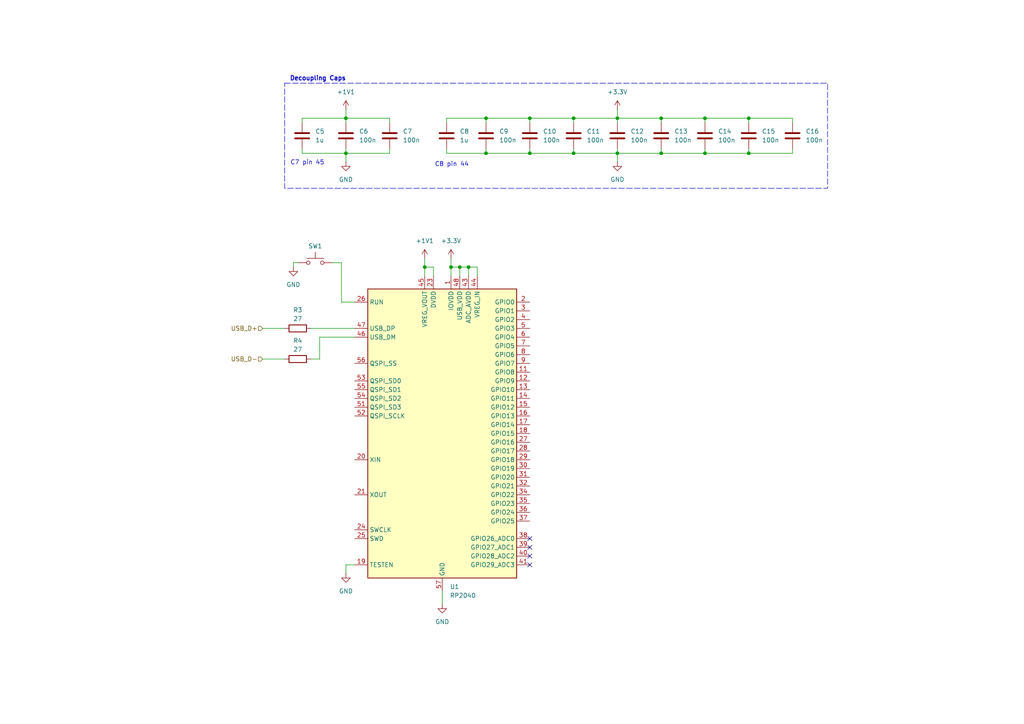
<source format=kicad_sch>
(kicad_sch (version 20231120) (generator "eeschema") (generator_version "8.0")
  (paper "A4")
  (title_block (date "2024-08-30") (rev "Rev001") (company "Aaron & Ryan Shappell"))
  (lib_symbols
    (symbol "Device:C" (pin_numbers hide) (pin_names (offset 0.254))
      (property "Reference" "C" (at 0.635 2.54 0))
      (property "Value" "C" (at 0.635 -2.54 0))
      (symbol "C_0_1"
        (polyline (pts (xy -2.032 -0.762) (xy 2.032 -0.762)) (stroke (width 0.508)))
        (polyline (pts (xy -2.032 0.762) (xy 2.032 0.762)) (stroke (width 0.508)))
      )
      (symbol "C_1_1"
        (pin passive line (at 0 3.81 270) (length 2.794) (name "~") (number "1"))
        (pin passive line (at 0 -3.81 90) (length 2.794) (name "~") (number "2"))
      )
    )
    (symbol "Device:R" (pin_numbers hide) (pin_names (offset 0))
      (property "Reference" "R" (at 2.032 0 90))
      (property "Value" "R" (at 0 0 90))
      (symbol "R_0_1"
        (rectangle (start -1.016 -2.54) (end 1.016 2.54) (stroke (width 0.254)))
      )
      (symbol "R_1_1"
        (pin passive line (at 0 3.81 270) (length 1.27) (name "~") (number "1"))
        (pin passive line (at 0 -3.81 90) (length 1.27) (name "~") (number "2"))
      )
    )
    (symbol "MCU_RaspberryPi:RP2040"
      (property "Reference" "U" (at 17.78 45.72 0))
      (property "Value" "RP2040" (at 17.78 43.18 0))
      (symbol "RP2040_0_1"
        (rectangle (start -21.59 41.91) (end 21.59 -41.91) (stroke (width 0.254)) (fill (type background)))
      )
      (symbol "RP2040_1_1"
        (pin power_in line (at 2.54 45.72 270) (length 3.81) (name "IOVDD") (number "1"))
        (pin passive line (at 2.54 45.72 270) (length 3.81) hide (name "IOVDD") (number "10"))
        (pin bidirectional line (at 25.4 17.78 180) (length 3.81) (name "GPIO8") (number "11"))
        (pin bidirectional line (at 25.4 15.24 180) (length 3.81) (name "GPIO9") (number "12"))
        (pin bidirectional line (at 25.4 12.7 180) (length 3.81) (name "GPIO10") (number "13"))
        (pin bidirectional line (at 25.4 10.16 180) (length 3.81) (name "GPIO11") (number "14"))
        (pin bidirectional line (at 25.4 7.62 180) (length 3.81) (name "GPIO12") (number "15"))
        (pin bidirectional line (at 25.4 5.08 180) (length 3.81) (name "GPIO13") (number "16"))
        (pin bidirectional line (at 25.4 2.54 180) (length 3.81) (name "GPIO14") (number "17"))
        (pin bidirectional line (at 25.4 0 180) (length 3.81) (name "GPIO15") (number "18"))
        (pin input line (at -25.4 -38.1 0) (length 3.81) (name "TESTEN") (number "19"))
        (pin bidirectional line (at 25.4 38.1 180) (length 3.81) (name "GPIO0") (number "2"))
        (pin input line (at -25.4 -7.62 0) (length 3.81) (name "XIN") (number "20"))
        (pin passive line (at -25.4 -17.78 0) (length 3.81) (name "XOUT") (number "21"))
        (pin passive line (at 2.54 45.72 270) (length 3.81) hide (name "IOVDD") (number "22"))
        (pin power_in line (at -2.54 45.72 270) (length 3.81) (name "DVDD") (number "23"))
        (pin input line (at -25.4 -27.94 0) (length 3.81) (name "SWCLK") (number "24"))
        (pin bidirectional line (at -25.4 -30.48 0) (length 3.81) (name "SWD") (number "25"))
        (pin input line (at -25.4 38.1 0) (length 3.81) (name "RUN") (number "26"))
        (pin bidirectional line (at 25.4 -2.54 180) (length 3.81) (name "GPIO16") (number "27"))
        (pin bidirectional line (at 25.4 -5.08 180) (length 3.81) (name "GPIO17") (number "28"))
        (pin bidirectional line (at 25.4 -7.62 180) (length 3.81) (name "GPIO18") (number "29"))
        (pin bidirectional line (at 25.4 35.56 180) (length 3.81) (name "GPIO1") (number "3"))
        (pin bidirectional line (at 25.4 -10.16 180) (length 3.81) (name "GPIO19") (number "30"))
        (pin bidirectional line (at 25.4 -12.7 180) (length 3.81) (name "GPIO20") (number "31"))
        (pin bidirectional line (at 25.4 -15.24 180) (length 3.81) (name "GPIO21") (number "32"))
        (pin passive line (at 2.54 45.72 270) (length 3.81) hide (name "IOVDD") (number "33"))
        (pin bidirectional line (at 25.4 -17.78 180) (length 3.81) (name "GPIO22") (number "34"))
        (pin bidirectional line (at 25.4 -20.32 180) (length 3.81) (name "GPIO23") (number "35"))
        (pin bidirectional line (at 25.4 -22.86 180) (length 3.81) (name "GPIO24") (number "36"))
        (pin bidirectional line (at 25.4 -25.4 180) (length 3.81) (name "GPIO25") (number "37"))
        (pin bidirectional line (at 25.4 -30.48 180) (length 3.81) (name "GPIO26_ADC0") (number "38"))
        (pin bidirectional line (at 25.4 -33.02 180) (length 3.81) (name "GPIO27_ADC1") (number "39"))
        (pin bidirectional line (at 25.4 33.02 180) (length 3.81) (name "GPIO2") (number "4"))
        (pin bidirectional line (at 25.4 -35.56 180) (length 3.81) (name "GPIO28_ADC2") (number "40"))
        (pin bidirectional line (at 25.4 -38.1 180) (length 3.81) (name "GPIO29_ADC3") (number "41"))
        (pin passive line (at 2.54 45.72 270) (length 3.81) hide (name "IOVDD") (number "42"))
        (pin power_in line (at 7.62 45.72 270) (length 3.81) (name "ADC_AVDD") (number "43"))
        (pin power_in line (at 10.16 45.72 270) (length 3.81) (name "VREG_IN") (number "44"))
        (pin power_out line (at -5.08 45.72 270) (length 3.81) (name "VREG_VOUT") (number "45"))
        (pin bidirectional line (at -25.4 27.94 0) (length 3.81) (name "USB_DM") (number "46"))
        (pin bidirectional line (at -25.4 30.48 0) (length 3.81) (name "USB_DP") (number "47"))
        (pin power_in line (at 5.08 45.72 270) (length 3.81) (name "USB_VDD") (number "48"))
        (pin passive line (at 2.54 45.72 270) (length 3.81) hide (name "IOVDD") (number "49"))
        (pin bidirectional line (at 25.4 30.48 180) (length 3.81) (name "GPIO3") (number "5"))
        (pin passive line (at -2.54 45.72 270) (length 3.81) hide (name "DVDD") (number "50"))
        (pin bidirectional line (at -25.4 7.62 0) (length 3.81) (name "QSPI_SD3") (number "51"))
        (pin output line (at -25.4 5.08 0) (length 3.81) (name "QSPI_SCLK") (number "52"))
        (pin bidirectional line (at -25.4 15.24 0) (length 3.81) (name "QSPI_SD0") (number "53"))
        (pin bidirectional line (at -25.4 10.16 0) (length 3.81) (name "QSPI_SD2") (number "54"))
        (pin bidirectional line (at -25.4 12.7 0) (length 3.81) (name "QSPI_SD1") (number "55"))
        (pin bidirectional line (at -25.4 20.32 0) (length 3.81) (name "QSPI_SS") (number "56"))
        (pin power_in line (at 0 -45.72 90) (length 3.81) (name "GND") (number "57"))
        (pin bidirectional line (at 25.4 27.94 180) (length 3.81) (name "GPIO4") (number "6"))
        (pin bidirectional line (at 25.4 25.4 180) (length 3.81) (name "GPIO5") (number "7"))
        (pin bidirectional line (at 25.4 22.86 180) (length 3.81) (name "GPIO6") (number "8"))
        (pin bidirectional line (at 25.4 20.32 180) (length 3.81) (name "GPIO7") (number "9"))
      )
    )
    (symbol "Switch:SW_Push" (pin_numbers hide) (pin_names (offset 1.016) hide)
      (property "Reference" "SW" (at 1.27 2.54 0))
      (property "Value" "SW_Push" (at 0 -1.524 0))
      (symbol "SW_Push_0_1"
        (circle (center -2.032 0) (radius 0.508))
        (polyline (pts (xy 0 1.27) (xy 0 3.048)))
        (polyline (pts (xy 2.54 1.27) (xy -2.54 1.27)))
        (circle (center 2.032 0) (radius 0.508))
        (pin passive line (at -5.08 0 0) (length 2.54) (name "1") (number "1"))
        (pin passive line (at 5.08 0 180) (length 2.54) (name "2") (number "2"))
      )
    )
    (symbol "power:+1V1" (power) (pin_numbers hide) (pin_names (offset 0) hide)
      (property "Value" "+1V1" (at 0 3.556 0))
      (symbol "+1V1_0_1"
        (polyline (pts (xy -0.762 1.27) (xy 0 2.54)))
        (polyline (pts (xy 0 0) (xy 0 2.54)))
        (polyline (pts (xy 0 2.54) (xy 0.762 1.27)))
      )
      (symbol "+1V1_1_1"
        (pin power_in line (at 0 0 90) (length 0) (name "~") (number "1"))
      )
    )
    (symbol "power:+3.3V" (power) (pin_numbers hide) (pin_names (offset 0) hide)
      (property "Value" "+3.3V" (at 0 3.556 0))
      (symbol "+3.3V_0_1"
        (polyline (pts (xy -0.762 1.27) (xy 0 2.54)))
        (polyline (pts (xy 0 0) (xy 0 2.54)))
        (polyline (pts (xy 0 2.54) (xy 0.762 1.27)))
      )
      (symbol "+3.3V_1_1"
        (pin power_in line (at 0 0 90) (length 0) (name "~") (number "1"))
      )
    )
    (symbol "power:GND" (power) (pin_numbers hide) (pin_names (offset 0) hide)
      (property "Value" "GND" (at 0 -3.81 0))
      (symbol "GND_0_1"
        (polyline (pts (xy 0 0) (xy 0 -1.27) (xy 1.27 -1.27) (xy 0 -2.54) (xy -1.27 -1.27) (xy 0 -1.27)))
      )
      (symbol "GND_1_1"
        (pin power_in line (at 0 0 270) (length 0) (name "~") (number "1"))
      )
    )
  )
  (junction (at 140.97 44.45))
  (junction (at 191.77 44.45))
  (junction (at 204.47 44.45))
  (junction (at 179.07 34.29))
  (junction (at 133.35 77.47))
  (junction (at 204.47 34.29))
  (junction (at 123.19 77.47))
  (junction (at 166.37 44.45))
  (junction (at 166.37 34.29))
  (junction (at 100.33 44.45))
  (junction (at 100.33 34.29))
  (junction (at 130.81 77.47))
  (junction (at 153.67 44.45))
  (junction (at 217.17 44.45))
  (junction (at 153.67 34.29))
  (junction (at 135.89 77.47))
  (junction (at 140.97 34.29))
  (junction (at 217.17 34.29))
  (junction (at 191.77 34.29))
  (junction (at 179.07 44.45))
  (no_connect (at 153.67 161.29))
  (no_connect (at 153.67 163.83))
  (no_connect (at 153.67 158.75))
  (no_connect (at 153.67 156.21))
  (wire (pts (xy 100.33 34.29) (xy 100.33 35.56)))
  (wire (pts (xy 138.43 80.01) (xy 138.43 77.47)))
  (wire (pts (xy 179.07 44.45) (xy 179.07 43.18)))
  (wire (pts (xy 87.63 35.56) (xy 87.63 34.29)))
  (wire (pts (xy 87.63 44.45) (xy 100.33 44.45)))
  (wire (pts (xy 153.67 43.18) (xy 153.67 44.45)))
  (wire (pts (xy 191.77 35.56) (xy 191.77 34.29)))
  (wire (pts (xy 135.89 80.01) (xy 135.89 77.47)))
  (wire (pts (xy 166.37 34.29) (xy 166.37 35.56)))
  (wire (pts (xy 129.54 35.56) (xy 129.54 34.29)))
  (wire (pts (xy 153.67 34.29) (xy 166.37 34.29)))
  (wire (pts (xy 85.09 76.2) (xy 85.09 77.47)))
  (wire (pts (xy 204.47 44.45) (xy 217.17 44.45)))
  (wire (pts (xy 92.71 104.14) (xy 90.17 104.14)))
  (wire (pts (xy 153.67 34.29) (xy 153.67 35.56)))
  (wire (pts (xy 100.33 43.18) (xy 100.33 44.45)))
  (wire (pts (xy 87.63 34.29) (xy 100.33 34.29)))
  (wire (pts (xy 217.17 44.45) (xy 229.87 44.45)))
  (wire (pts (xy 100.33 44.45) (xy 113.03 44.45)))
  (wire (pts (xy 217.17 43.18) (xy 217.17 44.45)))
  (wire (pts (xy 113.03 35.56) (xy 113.03 34.29)))
  (wire (pts (xy 113.03 44.45) (xy 113.03 43.18)))
  (wire (pts (xy 92.71 97.79) (xy 92.71 104.14)))
  (wire (pts (xy 123.19 74.93) (xy 123.19 77.47)))
  (wire (pts (xy 191.77 44.45) (xy 204.47 44.45)))
  (wire (pts (xy 166.37 43.18) (xy 166.37 44.45)))
  (wire (pts (xy 100.33 163.83) (xy 102.87 163.83)))
  (wire (pts (xy 179.07 34.29) (xy 179.07 35.56)))
  (wire (pts (xy 99.06 87.63) (xy 102.87 87.63)))
  (wire (pts (xy 125.73 77.47) (xy 125.73 80.01)))
  (wire (pts (xy 229.87 35.56) (xy 229.87 34.29)))
  (wire (pts (xy 179.07 34.29) (xy 166.37 34.29)))
  (wire (pts (xy 229.87 34.29) (xy 217.17 34.29)))
  (wire (pts (xy 130.81 77.47) (xy 130.81 80.01)))
  (wire (pts (xy 179.07 44.45) (xy 191.77 44.45)))
  (wire (pts (xy 204.47 43.18) (xy 204.47 44.45)))
  (wire (pts (xy 179.07 34.29) (xy 191.77 34.29)))
  (wire (pts (xy 76.2 104.14) (xy 82.55 104.14)))
  (wire (pts (xy 140.97 43.18) (xy 140.97 44.45)))
  (wire (pts (xy 123.19 77.47) (xy 125.73 77.47)))
  (wire (pts (xy 217.17 34.29) (xy 204.47 34.29)))
  (wire (pts (xy 102.87 97.79) (xy 92.71 97.79)))
  (wire (pts (xy 100.33 44.45) (xy 100.33 46.99)))
  (wire (pts (xy 76.2 95.25) (xy 82.55 95.25)))
  (wire (pts (xy 140.97 34.29) (xy 140.97 35.56)))
  (wire (pts (xy 129.54 43.18) (xy 129.54 44.45)))
  (wire (pts (xy 87.63 43.18) (xy 87.63 44.45)))
  (wire (pts (xy 179.07 31.75) (xy 179.07 34.29)))
  (wire (pts (xy 140.97 34.29) (xy 153.67 34.29)))
  (wire (pts (xy 179.07 44.45) (xy 179.07 46.99)))
  (wire (pts (xy 140.97 44.45) (xy 153.67 44.45)))
  (wire (pts (xy 96.52 76.2) (xy 99.06 76.2)))
  (wire (pts (xy 113.03 34.29) (xy 100.33 34.29)))
  (wire (pts (xy 153.67 44.45) (xy 166.37 44.45)))
  (wire (pts (xy 129.54 44.45) (xy 140.97 44.45)))
  (wire (pts (xy 123.19 80.01) (xy 123.19 77.47)))
  (wire (pts (xy 135.89 77.47) (xy 133.35 77.47)))
  (wire (pts (xy 133.35 80.01) (xy 133.35 77.47)))
  (wire (pts (xy 133.35 77.47) (xy 130.81 77.47)))
  (wire (pts (xy 130.81 74.93) (xy 130.81 77.47)))
  (wire (pts (xy 166.37 44.45) (xy 179.07 44.45)))
  (wire (pts (xy 229.87 44.45) (xy 229.87 43.18)))
  (wire (pts (xy 204.47 34.29) (xy 204.47 35.56)))
  (wire (pts (xy 85.09 76.2) (xy 86.36 76.2)))
  (wire (pts (xy 100.33 166.37) (xy 100.33 163.83)))
  (wire (pts (xy 191.77 34.29) (xy 204.47 34.29)))
  (wire (pts (xy 90.17 95.25) (xy 102.87 95.25)))
  (wire (pts (xy 217.17 34.29) (xy 217.17 35.56)))
  (wire (pts (xy 191.77 44.45) (xy 191.77 43.18)))
  (wire (pts (xy 100.33 31.75) (xy 100.33 34.29)))
  (wire (pts (xy 99.06 76.2) (xy 99.06 87.63)))
  (wire (pts (xy 138.43 77.47) (xy 135.89 77.47)))
  (wire (pts (xy 129.54 34.29) (xy 140.97 34.29)))
  (wire (pts (xy 128.27 171.45) (xy 128.27 175.26)))
  (rectangle (start 82.55 24.13) (end 240.03 54.61) (stroke (width 0) (type dash)))
  (text "Decoupling Caps" (at 92.202 22.86 0) (effects (font (size 1.27 1.27) (thickness 0.254) (bold yes))))
  (text "C8 pin 44" (at 131.064 47.752 0) (effects (font (size 1.27 1.27))))
  (text "C7 pin 45" (at 89.154 47.244 0) (effects (font (size 1.27 1.27))))
  (hierarchical_label "USB_D+" (shape input) (at 76.2 95.25 180))
  (hierarchical_label "USB_D-" (shape input) (at 76.2 104.14 180))
  (symbol (lib_id "Switch:SW_Push") (at 91.44 76.2 0) (unit 1)
    (property "Reference" "SW1" (at 91.44 71.374 0))
    (property "Value" "SW_Push" (effects (hide yes)))
    (property "Description" "Push button switch, generic, two pins" (effects (hide yes)))
  )
  (symbol (lib_id "Device:C") (at 191.77 39.37 0) (unit 1)
    (property "Reference" "C13" (at 195.58 38.0999 0) (effects (justify left)))
    (property "Value" "100n" (at 195.58 40.6399 0) (effects (justify left)))
    (property "Description" "Unpolarized capacitor" (effects (hide yes)))
  )
  (symbol (lib_id "MCU_RaspberryPi:RP2040") (at 128.27 125.73 0) (unit 1)
    (property "Reference" "U1" (at 130.4641 170.18 0) (effects (justify left)))
    (property "Value" "RP2040" (at 130.4641 172.72 0) (effects (justify left)))
    (property "Footprint" "Package_DFN_QFN:QFN-56-1EP_7x7mm_P0.4mm_EP3.2x3.2mm" (effects (hide yes)))
    (property "Datasheet" "https://datasheets.raspberrypi.com/rp2040/rp2040-datasheet.pdf" (effects (hide yes)))
    (property "Description" "A microcontroller by Raspberry Pi" (effects (hide yes)))
  )
  (symbol (lib_id "Device:C") (at 140.97 39.37 0) (unit 1)
    (property "Reference" "C9" (at 144.78 38.0999 0) (effects (justify left)))
    (property "Value" "100n" (at 144.78 40.6399 0) (effects (justify left)))
    (property "Description" "Unpolarized capacitor" (effects (hide yes)))
  )
  (symbol (lib_id "Device:R") (at 86.36 95.25 90) (unit 1)
    (property "Reference" "R3" (at 86.36 89.916 90))
    (property "Value" "27" (at 86.36 92.456 90))
    (property "Description" "Resistor" (effects (hide yes)))
  )
  (symbol (lib_id "Device:C") (at 166.37 39.37 0) (unit 1)
    (property "Reference" "C11" (at 170.18 38.0999 0) (effects (justify left)))
    (property "Value" "100n" (at 170.18 40.6399 0) (effects (justify left)))
    (property "Description" "Unpolarized capacitor" (effects (hide yes)))
  )
  (symbol (lib_id "power:GND") (at 179.07 46.99 0) (unit 1)
    (property "Reference" "#PWR025" (effects (hide yes)))
    (property "Value" "GND" (at 179.07 52.07 0))
    (property "Description" "Power symbol creates a global label with name \"GND\" , ground" (effects (hide yes)))
  )
  (symbol (lib_id "Device:C") (at 179.07 39.37 0) (unit 1)
    (property "Reference" "C12" (at 182.88 38.0999 0) (effects (justify left)))
    (property "Value" "100n" (at 182.88 40.6399 0) (effects (justify left)))
    (property "Description" "Unpolarized capacitor" (effects (hide yes)))
  )
  (symbol (lib_id "power:+1V1") (at 100.33 31.75 0) (unit 1)
    (property "Reference" "#PWR022" (effects (hide yes)))
    (property "Value" "+1V1" (at 100.33 26.67 0))
    (property "Description" "Power symbol creates a global label with name \"+1V1\"" (effects (hide yes)))
  )
  (symbol (lib_id "power:GND") (at 100.33 166.37 0) (unit 1)
    (property "Reference" "#PWR018" (effects (hide yes)))
    (property "Value" "GND" (at 100.33 171.45 0))
    (property "Description" "Power symbol creates a global label with name \"GND\" , ground" (effects (hide yes)))
  )
  (symbol (lib_id "power:+3.3V") (at 179.07 31.75 0) (unit 1)
    (property "Reference" "#PWR024" (effects (hide yes)))
    (property "Value" "+3.3V" (at 179.07 26.67 0))
    (property "Description" "Power symbol creates a global label with name \"+3.3V\"" (effects (hide yes)))
  )
  (symbol (lib_id "power:GND") (at 128.27 175.26 0) (unit 1)
    (property "Reference" "#PWR019" (effects (hide yes)))
    (property "Value" "GND" (at 128.27 180.34 0))
    (property "Description" "Power symbol creates a global label with name \"GND\" , ground" (effects (hide yes)))
  )
  (symbol (lib_id "Device:R") (at 86.36 104.14 90) (unit 1)
    (property "Reference" "R4" (at 86.36 98.806 90))
    (property "Value" "27" (at 86.36 101.346 90))
    (property "Description" "Resistor" (effects (hide yes)))
  )
  (symbol (lib_id "Device:C") (at 100.33 39.37 0) (unit 1)
    (property "Reference" "C6" (at 104.14 38.0999 0) (effects (justify left)))
    (property "Value" "100n" (at 104.14 40.6399 0) (effects (justify left)))
    (property "Description" "Unpolarized capacitor" (effects (hide yes)))
  )
  (symbol (lib_id "Device:C") (at 129.54 39.37 0) (unit 1)
    (property "Reference" "C8" (at 133.35 38.0999 0) (effects (justify left)))
    (property "Value" "1u" (at 133.35 40.6399 0) (effects (justify left)))
    (property "Description" "Unpolarized capacitor" (effects (hide yes)))
  )
  (symbol (lib_id "power:GND") (at 85.09 77.47 0) (unit 1)
    (property "Reference" "#PWR017" (effects (hide yes)))
    (property "Value" "GND" (at 85.09 82.55 0))
    (property "Description" "Power symbol creates a global label with name \"GND\" , ground" (effects (hide yes)))
  )
  (symbol (lib_id "Device:C") (at 87.63 39.37 0) (unit 1)
    (property "Reference" "C5" (at 91.44 38.0999 0) (effects (justify left)))
    (property "Value" "1u" (at 91.44 40.6399 0) (effects (justify left)))
    (property "Description" "Unpolarized capacitor" (effects (hide yes)))
  )
  (symbol (lib_id "Device:C") (at 217.17 39.37 0) (unit 1)
    (property "Reference" "C15" (at 220.98 38.0999 0) (effects (justify left)))
    (property "Value" "100n" (at 220.98 40.6399 0) (effects (justify left)))
    (property "Description" "Unpolarized capacitor" (effects (hide yes)))
  )
  (symbol (lib_id "Device:C") (at 113.03 39.37 0) (unit 1)
    (property "Reference" "C7" (at 116.84 38.0999 0) (effects (justify left)))
    (property "Value" "100n" (at 116.84 40.6399 0) (effects (justify left)))
    (property "Description" "Unpolarized capacitor" (effects (hide yes)))
  )
  (symbol (lib_id "power:GND") (at 100.33 46.99 0) (unit 1)
    (property "Reference" "#PWR023" (effects (hide yes)))
    (property "Value" "GND" (at 100.33 52.07 0))
    (property "Description" "Power symbol creates a global label with name \"GND\" , ground" (effects (hide yes)))
  )
  (symbol (lib_id "Device:C") (at 204.47 39.37 0) (unit 1)
    (property "Reference" "C14" (at 208.28 38.0999 0) (effects (justify left)))
    (property "Value" "100n" (at 208.28 40.6399 0) (effects (justify left)))
    (property "Description" "Unpolarized capacitor" (effects (hide yes)))
  )
  (symbol (lib_id "power:+1V1") (at 123.19 74.93 0) (unit 1)
    (property "Reference" "#PWR021" (effects (hide yes)))
    (property "Value" "+1V1" (at 123.19 69.85 0))
    (property "Description" "Power symbol creates a global label with name \"+1V1\"" (effects (hide yes)))
  )
  (symbol (lib_id "Device:C") (at 229.87 39.37 0) (unit 1)
    (property "Reference" "C16" (at 233.68 38.0999 0) (effects (justify left)))
    (property "Value" "100n" (at 233.68 40.6399 0) (effects (justify left)))
    (property "Description" "Unpolarized capacitor" (effects (hide yes)))
  )
  (symbol (lib_id "Device:C") (at 153.67 39.37 0) (unit 1)
    (property "Reference" "C10" (at 157.48 38.0999 0) (effects (justify left)))
    (property "Value" "100n" (at 157.48 40.6399 0) (effects (justify left)))
    (property "Description" "Unpolarized capacitor" (effects (hide yes)))
  )
  (symbol (lib_id "power:+3.3V") (at 130.81 74.93 0) (unit 1)
    (property "Reference" "#PWR020" (effects (hide yes)))
    (property "Value" "+3.3V" (at 130.81 69.85 0))
    (property "Description" "Power symbol creates a global label with name \"+3.3V\"" (effects (hide yes)))
  )
)
</source>
